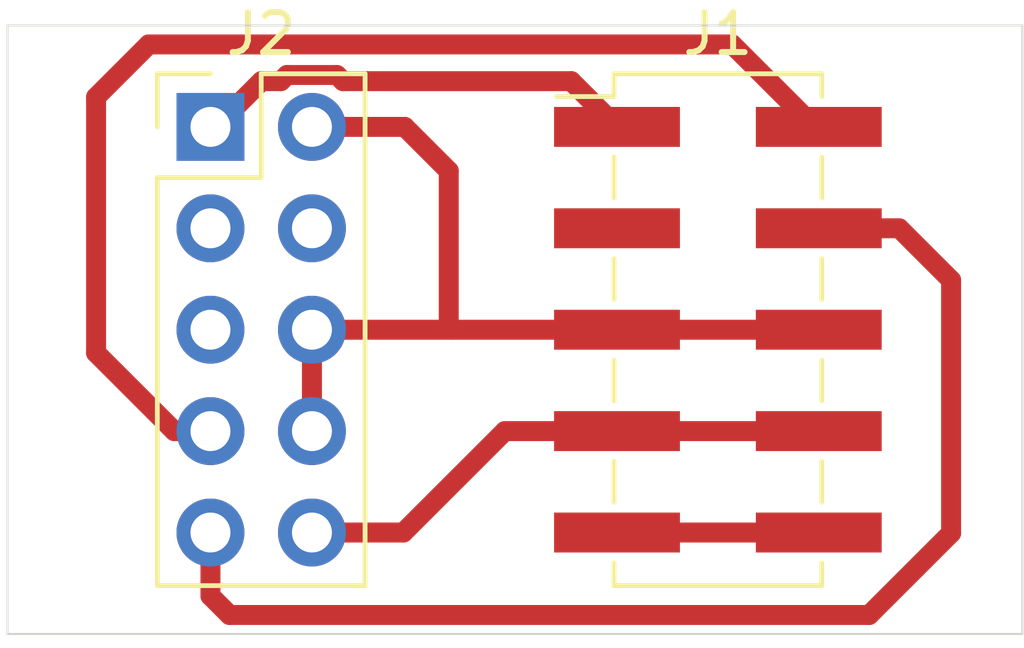
<source format=kicad_pcb>
(kicad_pcb (version 20171130) (host pcbnew "(5.1.10)-1")

  (general
    (thickness 1.6)
    (drawings 17)
    (tracks 35)
    (zones 0)
    (modules 2)
    (nets 7)
  )

  (page A4)
  (layers
    (0 F.Cu signal)
    (31 B.Cu signal)
    (32 B.Adhes user)
    (33 F.Adhes user)
    (34 B.Paste user)
    (35 F.Paste user)
    (36 B.SilkS user)
    (37 F.SilkS user)
    (38 B.Mask user)
    (39 F.Mask user)
    (40 Dwgs.User user)
    (41 Cmts.User user)
    (42 Eco1.User user)
    (43 Eco2.User user)
    (44 Edge.Cuts user)
    (45 Margin user)
    (46 B.CrtYd user)
    (47 F.CrtYd user)
    (48 B.Fab user)
    (49 F.Fab user)
  )

  (setup
    (last_trace_width 0.5)
    (trace_clearance 0.2)
    (zone_clearance 0.508)
    (zone_45_only no)
    (trace_min 0.2)
    (via_size 0.8)
    (via_drill 0.4)
    (via_min_size 0.4)
    (via_min_drill 0.3)
    (uvia_size 0.3)
    (uvia_drill 0.1)
    (uvias_allowed no)
    (uvia_min_size 0.2)
    (uvia_min_drill 0.1)
    (edge_width 0.05)
    (segment_width 0.2)
    (pcb_text_width 0.3)
    (pcb_text_size 1.5 1.5)
    (mod_edge_width 0.12)
    (mod_text_size 1 1)
    (mod_text_width 0.15)
    (pad_size 1.524 1.524)
    (pad_drill 0.762)
    (pad_to_mask_clearance 0)
    (aux_axis_origin 0 0)
    (visible_elements 7FFFFFFF)
    (pcbplotparams
      (layerselection 0x20000_7ffffffe)
      (usegerberextensions false)
      (usegerberattributes true)
      (usegerberadvancedattributes true)
      (creategerberjobfile true)
      (excludeedgelayer false)
      (linewidth 0.100000)
      (plotframeref false)
      (viasonmask true)
      (mode 1)
      (useauxorigin false)
      (hpglpennumber 1)
      (hpglpenspeed 20)
      (hpglpendiameter 15.000000)
      (psnegative false)
      (psa4output false)
      (plotreference false)
      (plotvalue false)
      (plotinvisibletext false)
      (padsonsilk true)
      (subtractmaskfromsilk false)
      (outputformat 5)
      (mirror false)
      (drillshape 1)
      (scaleselection 1)
      (outputdirectory "svg"))
  )

  (net 0 "")
  (net 1 +5V)
  (net 2 +3V3)
  (net 3 GND)
  (net 4 /SWDIO)
  (net 5 /SWCLK)
  (net 6 /RST)

  (net_class Default "This is the default net class."
    (clearance 0.2)
    (trace_width 0.5)
    (via_dia 0.8)
    (via_drill 0.4)
    (uvia_dia 0.3)
    (uvia_drill 0.1)
    (add_net +3V3)
    (add_net +5V)
    (add_net /RST)
    (add_net /SWCLK)
    (add_net /SWDIO)
    (add_net GND)
  )

  (module Pin_Headers:Pin_Header_Straight_2x05_Pitch2.54mm_SMD (layer F.Cu) (tedit 59650532) (tstamp 60C06EEC)
    (at 119.38 83.82)
    (descr "surface-mounted straight pin header, 2x05, 2.54mm pitch, double rows")
    (tags "Surface mounted pin header SMD 2x05 2.54mm double row")
    (path /60C0631C)
    (attr smd)
    (fp_text reference J1 (at 0 -7.41) (layer F.SilkS)
      (effects (font (size 1 1) (thickness 0.15)))
    )
    (fp_text value ST12_DEBUG (at 2.88544 6.9723) (layer F.Fab)
      (effects (font (size 1 1) (thickness 0.15)))
    )
    (fp_line (start 5.9 -6.85) (end -5.9 -6.85) (layer F.CrtYd) (width 0.05))
    (fp_line (start 5.9 6.85) (end 5.9 -6.85) (layer F.CrtYd) (width 0.05))
    (fp_line (start -5.9 6.85) (end 5.9 6.85) (layer F.CrtYd) (width 0.05))
    (fp_line (start -5.9 -6.85) (end -5.9 6.85) (layer F.CrtYd) (width 0.05))
    (fp_line (start 2.6 3.3) (end 2.6 4.32) (layer F.SilkS) (width 0.12))
    (fp_line (start -2.6 3.3) (end -2.6 4.32) (layer F.SilkS) (width 0.12))
    (fp_line (start 2.6 0.76) (end 2.6 1.78) (layer F.SilkS) (width 0.12))
    (fp_line (start -2.6 0.76) (end -2.6 1.78) (layer F.SilkS) (width 0.12))
    (fp_line (start 2.6 -1.78) (end 2.6 -0.76) (layer F.SilkS) (width 0.12))
    (fp_line (start -2.6 -1.78) (end -2.6 -0.76) (layer F.SilkS) (width 0.12))
    (fp_line (start 2.6 -4.32) (end 2.6 -3.3) (layer F.SilkS) (width 0.12))
    (fp_line (start -2.6 -4.32) (end -2.6 -3.3) (layer F.SilkS) (width 0.12))
    (fp_line (start 2.6 5.84) (end 2.6 6.41) (layer F.SilkS) (width 0.12))
    (fp_line (start -2.6 5.84) (end -2.6 6.41) (layer F.SilkS) (width 0.12))
    (fp_line (start 2.6 -6.41) (end 2.6 -5.84) (layer F.SilkS) (width 0.12))
    (fp_line (start -2.6 -6.41) (end -2.6 -5.84) (layer F.SilkS) (width 0.12))
    (fp_line (start -4.04 -5.84) (end -2.6 -5.84) (layer F.SilkS) (width 0.12))
    (fp_line (start -2.6 6.41) (end 2.6 6.41) (layer F.SilkS) (width 0.12))
    (fp_line (start -2.6 -6.41) (end 2.6 -6.41) (layer F.SilkS) (width 0.12))
    (fp_line (start 3.6 5.4) (end 2.54 5.4) (layer F.Fab) (width 0.1))
    (fp_line (start 3.6 4.76) (end 3.6 5.4) (layer F.Fab) (width 0.1))
    (fp_line (start 2.54 4.76) (end 3.6 4.76) (layer F.Fab) (width 0.1))
    (fp_line (start -3.6 5.4) (end -2.54 5.4) (layer F.Fab) (width 0.1))
    (fp_line (start -3.6 4.76) (end -3.6 5.4) (layer F.Fab) (width 0.1))
    (fp_line (start -2.54 4.76) (end -3.6 4.76) (layer F.Fab) (width 0.1))
    (fp_line (start 3.6 2.86) (end 2.54 2.86) (layer F.Fab) (width 0.1))
    (fp_line (start 3.6 2.22) (end 3.6 2.86) (layer F.Fab) (width 0.1))
    (fp_line (start 2.54 2.22) (end 3.6 2.22) (layer F.Fab) (width 0.1))
    (fp_line (start -3.6 2.86) (end -2.54 2.86) (layer F.Fab) (width 0.1))
    (fp_line (start -3.6 2.22) (end -3.6 2.86) (layer F.Fab) (width 0.1))
    (fp_line (start -2.54 2.22) (end -3.6 2.22) (layer F.Fab) (width 0.1))
    (fp_line (start 3.6 0.32) (end 2.54 0.32) (layer F.Fab) (width 0.1))
    (fp_line (start 3.6 -0.32) (end 3.6 0.32) (layer F.Fab) (width 0.1))
    (fp_line (start 2.54 -0.32) (end 3.6 -0.32) (layer F.Fab) (width 0.1))
    (fp_line (start -3.6 0.32) (end -2.54 0.32) (layer F.Fab) (width 0.1))
    (fp_line (start -3.6 -0.32) (end -3.6 0.32) (layer F.Fab) (width 0.1))
    (fp_line (start -2.54 -0.32) (end -3.6 -0.32) (layer F.Fab) (width 0.1))
    (fp_line (start 3.6 -2.22) (end 2.54 -2.22) (layer F.Fab) (width 0.1))
    (fp_line (start 3.6 -2.86) (end 3.6 -2.22) (layer F.Fab) (width 0.1))
    (fp_line (start 2.54 -2.86) (end 3.6 -2.86) (layer F.Fab) (width 0.1))
    (fp_line (start -3.6 -2.22) (end -2.54 -2.22) (layer F.Fab) (width 0.1))
    (fp_line (start -3.6 -2.86) (end -3.6 -2.22) (layer F.Fab) (width 0.1))
    (fp_line (start -2.54 -2.86) (end -3.6 -2.86) (layer F.Fab) (width 0.1))
    (fp_line (start 3.6 -4.76) (end 2.54 -4.76) (layer F.Fab) (width 0.1))
    (fp_line (start 3.6 -5.4) (end 3.6 -4.76) (layer F.Fab) (width 0.1))
    (fp_line (start 2.54 -5.4) (end 3.6 -5.4) (layer F.Fab) (width 0.1))
    (fp_line (start -3.6 -4.76) (end -2.54 -4.76) (layer F.Fab) (width 0.1))
    (fp_line (start -3.6 -5.4) (end -3.6 -4.76) (layer F.Fab) (width 0.1))
    (fp_line (start -2.54 -5.4) (end -3.6 -5.4) (layer F.Fab) (width 0.1))
    (fp_line (start 2.54 -6.35) (end 2.54 6.35) (layer F.Fab) (width 0.1))
    (fp_line (start -2.54 -5.4) (end -1.59 -6.35) (layer F.Fab) (width 0.1))
    (fp_line (start -2.54 6.35) (end -2.54 -5.4) (layer F.Fab) (width 0.1))
    (fp_line (start -1.59 -6.35) (end 2.54 -6.35) (layer F.Fab) (width 0.1))
    (fp_line (start 2.54 6.35) (end -2.54 6.35) (layer F.Fab) (width 0.1))
    (fp_text user %R (at -4.32308 -6.88086 90) (layer F.Fab)
      (effects (font (size 1 1) (thickness 0.15)))
    )
    (pad 10 smd rect (at 2.525 5.08) (size 3.15 1) (layers F.Cu F.Paste F.Mask)
      (net 1 +5V))
    (pad 9 smd rect (at -2.525 5.08) (size 3.15 1) (layers F.Cu F.Paste F.Mask)
      (net 1 +5V))
    (pad 8 smd rect (at 2.525 2.54) (size 3.15 1) (layers F.Cu F.Paste F.Mask)
      (net 2 +3V3))
    (pad 7 smd rect (at -2.525 2.54) (size 3.15 1) (layers F.Cu F.Paste F.Mask)
      (net 2 +3V3))
    (pad 6 smd rect (at 2.525 0) (size 3.15 1) (layers F.Cu F.Paste F.Mask)
      (net 3 GND))
    (pad 5 smd rect (at -2.525 0) (size 3.15 1) (layers F.Cu F.Paste F.Mask)
      (net 3 GND))
    (pad 4 smd rect (at 2.525 -2.54) (size 3.15 1) (layers F.Cu F.Paste F.Mask)
      (net 4 /SWDIO))
    (pad 3 smd rect (at -2.525 -2.54) (size 3.15 1) (layers F.Cu F.Paste F.Mask))
    (pad 2 smd rect (at 2.525 -5.08) (size 3.15 1) (layers F.Cu F.Paste F.Mask)
      (net 5 /SWCLK))
    (pad 1 smd rect (at -2.525 -5.08) (size 3.15 1) (layers F.Cu F.Paste F.Mask)
      (net 6 /RST))
    (model ${KISYS3DMOD}/Pin_Headers.3dshapes/Pin_Header_Straight_2x05_Pitch2.54mm_SMD.wrl
      (at (xyz 0 0 0))
      (scale (xyz 1 1 1))
      (rotate (xyz 0 0 0))
    )
  )

  (module Pin_Headers:Pin_Header_Straight_2x05_Pitch2.54mm (layer F.Cu) (tedit 59650532) (tstamp 60C0C210)
    (at 106.68 78.74)
    (descr "Through hole straight pin header, 2x05, 2.54mm pitch, double rows")
    (tags "Through hole pin header THT 2x05 2.54mm double row")
    (path /60C0961A)
    (fp_text reference J2 (at 1.27 -2.33) (layer F.SilkS)
      (effects (font (size 1 1) (thickness 0.15)))
    )
    (fp_text value BMP_DEBUG (at -0.71374 12.22502 180) (layer F.Fab)
      (effects (font (size 1 1) (thickness 0.15)))
    )
    (fp_line (start 4.35 -1.8) (end -1.8 -1.8) (layer F.CrtYd) (width 0.05))
    (fp_line (start 4.35 11.95) (end 4.35 -1.8) (layer F.CrtYd) (width 0.05))
    (fp_line (start -1.8 11.95) (end 4.35 11.95) (layer F.CrtYd) (width 0.05))
    (fp_line (start -1.8 -1.8) (end -1.8 11.95) (layer F.CrtYd) (width 0.05))
    (fp_line (start -1.33 -1.33) (end 0 -1.33) (layer F.SilkS) (width 0.12))
    (fp_line (start -1.33 0) (end -1.33 -1.33) (layer F.SilkS) (width 0.12))
    (fp_line (start 1.27 -1.33) (end 3.87 -1.33) (layer F.SilkS) (width 0.12))
    (fp_line (start 1.27 1.27) (end 1.27 -1.33) (layer F.SilkS) (width 0.12))
    (fp_line (start -1.33 1.27) (end 1.27 1.27) (layer F.SilkS) (width 0.12))
    (fp_line (start 3.87 -1.33) (end 3.87 11.49) (layer F.SilkS) (width 0.12))
    (fp_line (start -1.33 1.27) (end -1.33 11.49) (layer F.SilkS) (width 0.12))
    (fp_line (start -1.33 11.49) (end 3.87 11.49) (layer F.SilkS) (width 0.12))
    (fp_line (start -1.27 0) (end 0 -1.27) (layer F.Fab) (width 0.1))
    (fp_line (start -1.27 11.43) (end -1.27 0) (layer F.Fab) (width 0.1))
    (fp_line (start 3.81 11.43) (end -1.27 11.43) (layer F.Fab) (width 0.1))
    (fp_line (start 3.81 -1.27) (end 3.81 11.43) (layer F.Fab) (width 0.1))
    (fp_line (start 0 -1.27) (end 3.81 -1.27) (layer F.Fab) (width 0.1))
    (fp_text user %R (at -3.67792 -1.47574 90) (layer F.Fab)
      (effects (font (size 1 1) (thickness 0.15)))
    )
    (pad 10 thru_hole oval (at 2.54 10.16) (size 1.7 1.7) (drill 1) (layers *.Cu *.Mask)
      (net 2 +3V3))
    (pad 9 thru_hole oval (at 0 10.16) (size 1.7 1.7) (drill 1) (layers *.Cu *.Mask)
      (net 4 /SWDIO))
    (pad 8 thru_hole oval (at 2.54 7.62) (size 1.7 1.7) (drill 1) (layers *.Cu *.Mask)
      (net 3 GND))
    (pad 7 thru_hole oval (at 0 7.62) (size 1.7 1.7) (drill 1) (layers *.Cu *.Mask)
      (net 5 /SWCLK))
    (pad 6 thru_hole oval (at 2.54 5.08) (size 1.7 1.7) (drill 1) (layers *.Cu *.Mask)
      (net 3 GND))
    (pad 5 thru_hole oval (at 0 5.08) (size 1.7 1.7) (drill 1) (layers *.Cu *.Mask))
    (pad 4 thru_hole oval (at 2.54 2.54) (size 1.7 1.7) (drill 1) (layers *.Cu *.Mask))
    (pad 3 thru_hole oval (at 0 2.54) (size 1.7 1.7) (drill 1) (layers *.Cu *.Mask))
    (pad 2 thru_hole oval (at 2.54 0) (size 1.7 1.7) (drill 1) (layers *.Cu *.Mask)
      (net 3 GND))
    (pad 1 thru_hole rect (at 0 0) (size 1.7 1.7) (drill 1) (layers *.Cu *.Mask)
      (net 6 /RST))
    (model ${KISYS3DMOD}/Pin_Headers.3dshapes/Pin_Header_Straight_2x05_Pitch2.54mm.wrl
      (at (xyz 0 0 0))
      (scale (xyz 1 1 1))
      (rotate (xyz 0 0 0))
    )
  )

  (gr_text GND (at 111.78794 78.82128) (layer F.Fab) (tstamp 60C0C1B0)
    (effects (font (size 0.8 0.8) (thickness 0.125)))
  )
  (gr_text GND (at 111.8108 83.97494) (layer F.Fab) (tstamp 60C0C1AA)
    (effects (font (size 0.8 0.8) (thickness 0.125)))
  )
  (gr_text GND (at 111.87684 86.5505) (layer F.Fab) (tstamp 60C0C1A6)
    (effects (font (size 0.8 0.8) (thickness 0.125)))
  )
  (gr_text TPWR (at 112.22228 88.97366) (layer F.Fab) (tstamp 60C0C15B)
    (effects (font (size 0.8 0.8) (thickness 0.125)))
  )
  (gr_text TMS (at 103.52024 89.06002) (layer F.Fab) (tstamp 60C0C0CE)
    (effects (font (size 0.8 0.8) (thickness 0.125)))
  )
  (gr_text TCK (at 103.67264 86.48446) (layer F.Fab) (tstamp 60C0C086)
    (effects (font (size 0.8 0.8) (thickness 0.125)))
  )
  (gr_text ~RST~ (at 103.56342 78.97368) (layer F.Fab) (tstamp 60C0C331)
    (effects (font (size 0.8 0.8) (thickness 0.125)))
  )
  (gr_text RST (at 114.42954 79.68742) (layer F.Fab)
    (effects (font (size 0.8 0.8) (thickness 0.125)))
  )
  (gr_text SWCLK (at 124.6251 78.7781) (layer F.Fab)
    (effects (font (size 0.5 0.5) (thickness 0.125)))
  )
  (gr_text SWDIO (at 124.82068 81.2673) (layer F.Fab)
    (effects (font (size 0.5 0.5) (thickness 0.125)))
  )
  (gr_text GND (at 119.2784 83.9089) (layer F.Fab)
    (effects (font (size 1 1) (thickness 0.15)))
  )
  (gr_text +3.3V (at 119.32158 86.3981) (layer F.Fab)
    (effects (font (size 1 1) (thickness 0.15)))
  )
  (gr_text +5V (at 119.08282 88.97366) (layer F.Fab)
    (effects (font (size 1 1) (thickness 0.15)))
  )
  (gr_line (start 101.6 91.44) (end 101.6 76.2) (layer Edge.Cuts) (width 0.05) (tstamp 60C06E1D))
  (gr_line (start 127 91.44) (end 101.6 91.44) (layer Edge.Cuts) (width 0.05))
  (gr_line (start 127 76.2) (end 127 91.44) (layer Edge.Cuts) (width 0.05))
  (gr_line (start 101.6 76.2) (end 127 76.2) (layer Edge.Cuts) (width 0.05))

  (segment (start 121.905 88.9) (end 116.855 88.9) (width 0.5) (layer F.Cu) (net 1))
  (segment (start 121.905 86.36) (end 116.855 86.36) (width 0.5) (layer F.Cu) (net 2))
  (segment (start 116.855 86.36) (end 114.04854 86.36) (width 0.5) (layer F.Cu) (net 2))
  (segment (start 111.50854 88.9) (end 109.22 88.9) (width 0.5) (layer F.Cu) (net 2))
  (segment (start 114.04854 86.36) (end 111.50854 88.9) (width 0.5) (layer F.Cu) (net 2))
  (segment (start 121.905 83.82) (end 116.855 83.82) (width 0.5) (layer F.Cu) (net 3))
  (segment (start 109.22 86.36) (end 109.22 83.82) (width 0.5) (layer F.Cu) (net 3))
  (segment (start 109.22 78.74) (end 111.54156 78.74) (width 0.5) (layer F.Cu) (net 3))
  (segment (start 111.54156 78.74) (end 112.64392 79.84236) (width 0.5) (layer F.Cu) (net 3))
  (segment (start 112.64392 79.84236) (end 112.64392 83.72856) (width 0.5) (layer F.Cu) (net 3))
  (segment (start 112.73536 83.82) (end 116.855 83.82) (width 0.5) (layer F.Cu) (net 3))
  (segment (start 112.64392 83.72856) (end 112.73536 83.82) (width 0.5) (layer F.Cu) (net 3))
  (segment (start 109.22 83.82) (end 112.73536 83.82) (width 0.5) (layer F.Cu) (net 3))
  (segment (start 107.15749 90.96499) (end 106.68 90.4875) (width 0.5) (layer F.Cu) (net 4))
  (segment (start 123.16717 90.96499) (end 107.15749 90.96499) (width 0.5) (layer F.Cu) (net 4))
  (segment (start 106.68 90.4875) (end 106.68 88.9) (width 0.5) (layer F.Cu) (net 4))
  (segment (start 125.21692 88.91524) (end 123.16717 90.96499) (width 0.5) (layer F.Cu) (net 4))
  (segment (start 125.21692 82.57794) (end 125.21692 88.91524) (width 0.5) (layer F.Cu) (net 4))
  (segment (start 123.91898 81.28) (end 125.21692 82.57794) (width 0.5) (layer F.Cu) (net 4))
  (segment (start 121.905 81.28) (end 123.91898 81.28) (width 0.5) (layer F.Cu) (net 4))
  (segment (start 103.81742 84.40166) (end 105.77576 86.36) (width 0.5) (layer F.Cu) (net 5))
  (segment (start 103.81742 77.99324) (end 103.81742 84.40166) (width 0.5) (layer F.Cu) (net 5))
  (segment (start 105.13565 76.67501) (end 103.81742 77.99324) (width 0.5) (layer F.Cu) (net 5))
  (segment (start 119.73817 76.67501) (end 105.13565 76.67501) (width 0.5) (layer F.Cu) (net 5))
  (segment (start 105.77576 86.36) (end 106.68 86.36) (width 0.5) (layer F.Cu) (net 5))
  (segment (start 121.80316 78.74) (end 119.73817 76.67501) (width 0.5) (layer F.Cu) (net 5))
  (segment (start 121.905 78.74) (end 121.80316 78.74) (width 0.5) (layer F.Cu) (net 5))
  (segment (start 115.70946 77.59446) (end 116.855 78.74) (width 0.5) (layer F.Cu) (net 6))
  (segment (start 108.595999 77.439999) (end 109.844001 77.439999) (width 0.5) (layer F.Cu) (net 6))
  (segment (start 109.844001 77.439999) (end 109.998462 77.59446) (width 0.5) (layer F.Cu) (net 6))
  (segment (start 107.95508 77.59446) (end 108.441538 77.59446) (width 0.5) (layer F.Cu) (net 6))
  (segment (start 106.80954 78.74) (end 107.95508 77.59446) (width 0.5) (layer F.Cu) (net 6))
  (segment (start 109.998462 77.59446) (end 115.70946 77.59446) (width 0.5) (layer F.Cu) (net 6))
  (segment (start 108.441538 77.59446) (end 108.595999 77.439999) (width 0.5) (layer F.Cu) (net 6))
  (segment (start 106.68 78.74) (end 106.80954 78.74) (width 0.5) (layer F.Cu) (net 6))

)

</source>
